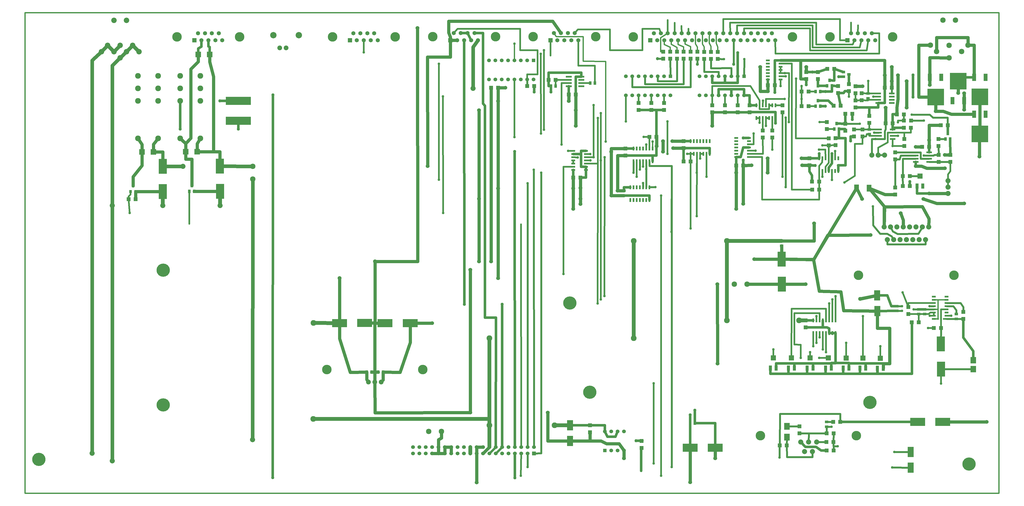
<source format=gbr>
* 
%FSLAX23Y23*%
%MOIN*%
%AD*%
%ADD10C, 0.002*%
%ADD11C, 0.005*%
%ADD12C, 0.008*%
%ADD13C, 0.010*%
%ADD14C, 0.015*%
%ADD15C, 0.020*%
%ADD16R, 0.025X0.060*%
%ADD17C, 0.025*%
%ADD18C, 0.025*%
%ADD19C, 0.029*%
%ADD70C, 0.030*%
%ADD71C, 0.030*%
%ADD20C, 0.035*%
%ADD21C, 0.039*%
%ADD22R, 0.039X0.055*%
%ADD23R, 0.040X0.048*%
%ADD24C, 0.040*%
%ADD25C, 0.040*%
%ADD26R, 0.042X0.055*%
%ADD27R, 0.042X0.055*%
%ADD28C, 0.045*%
%ADD29C, 0.048*%
%ADD72C, 0.050*%
%ADD73C, 0.050*%
%ADD30R, 0.051X0.079*%
%ADD31R, 0.051X0.079*%
%ADD32C, 0.055*%
%ADD33R, 0.055X0.055*%
%ADD34C, 0.055*%
%ADD35R, 0.055X0.055*%
%ADD36R, 0.055X0.042*%
%ADD37R, 0.055X0.039*%
%ADD38C, 0.059*%
%ADD39R, 0.060X0.025*%
%ADD40C, 0.060*%
%ADD41R, 0.060X0.060*%
%ADD42C, 0.060*%
%ADD43R, 0.062X0.062*%
%ADD44R, 0.062X0.062*%
%ADD45R, 0.062X0.062*%
%ADD46R, 0.063X0.118*%
%ADD47R, 0.063X0.118*%
%ADD48R, 0.063X0.118*%
%ADD49C, 0.065*%
%ADD50R, 0.065X0.065*%
%ADD52C, 0.075*%
%ADD53R, 0.078X0.110*%
%ADD54R, 0.078X0.110*%
%ADD55R, 0.079X0.079*%
%ADD56C, 0.080*%
%ADD57C, 0.085*%
%ADD58R, 0.085X0.100*%
%ADD59R, 0.085X0.110*%
%ADD60C, 0.086*%
%ADD61R, 0.086X0.027*%
%ADD62C, 0.090*%
%ADD63R, 0.090X0.085*%
%ADD64R, 0.090X0.085*%
%ADD65R, 0.090X0.085*%
%ADD66R, 0.094X0.031*%
%ADD67R, 0.095X0.160*%
%ADD68C, 0.100*%
%ADD69R, 0.130X0.235*%
%ADD74C, 0.150*%
%ADD75C, 0.208*%
%ADD76R, 0.235X0.130*%
%ADD77R, 0.235X0.130*%
%ADD78R, 0.264X0.264*%
%ADD79R, 0.264X0.264*%
%ADD80R, 0.264X0.264*%
%ADD81R, 0.395X0.125*%
%ADD82R, 0.395X0.125*%
G54D16*G1X12981Y09577D3*G1X13031Y09577D3*G1X13081Y09577D3*G1X13131Y09577D3*G1X13181Y09577D3*G1X13231Y09577D3*G1X13281Y09577D3*G1X13281Y09777D3*G1X13231Y09777D3*G1X13181Y09777D3*G1X13131Y09777D3*G1X13081Y09777D3*G1X13031Y09777D3*G1X12981Y09777D3*G1X14908Y06757D3*G1X14958Y06757D3*G1X15008Y06757D3*G1X15058Y06757D3*G1X15108Y06757D3*G1X15158Y06757D3*G1X15208Y06757D3*G1X15258Y06757D3*G1X15258Y06957D3*G1X15208Y06957D3*G1X15158Y06957D3*G1X15108Y06957D3*G1X15058Y06957D3*G1X15008Y06957D3*G1X14958Y06957D3*G1X14908Y06957D3*G1X14016Y10139D3*G1X14066Y10139D3*G1X14116Y10139D3*G1X14166Y10139D3*G1X14216Y10139D3*G1X14266Y10139D3*G1X14316Y10139D3*G1X14316Y10339D3*G1X14266Y10339D3*G1X14216Y10339D3*G1X14166Y10339D3*G1X14116Y10339D3*G1X14066Y10339D3*G1X14016Y10339D3*G1X12085Y09460D3*G1X12135Y09460D3*G1X12185Y09460D3*G1X12235Y09460D3*G1X12285Y09460D3*G1X12335Y09460D3*G1X12385Y09460D3*G1X12385Y09660D3*G1X12335Y09660D3*G1X12285Y09660D3*G1X12235Y09660D3*G1X12185Y09660D3*G1X12135Y09660D3*G1X12085Y09660D3*G1X15001Y09306D3*G1X15051Y09306D3*G1X15101Y09306D3*G1X15151Y09306D3*G1X15201Y09306D3*G1X15251Y09306D3*G1X15301Y09306D3*G1X15301Y09506D3*G1X15251Y09506D3*G1X15201Y09506D3*G1X15151Y09506D3*G1X15101Y09506D3*G1X15051Y09506D3*G1X15001Y09506D3*G1X12335Y09051D3*G1X12285Y09051D3*G1X12235Y09051D3*G1X12185Y09051D3*G1X12135Y09051D3*G1X12085Y09051D3*G1X12035Y09051D3*G1X12035Y08851D3*G1X12085Y08851D3*G1X12135Y08851D3*G1X12185Y08851D3*G1X12235Y08851D3*G1X12285Y08851D3*G1X12335Y08851D3*G54D71*G1X10781Y11124D3*G1X12950Y11542D3*G1X15503Y11640D3*G1X15612Y11596D3*G1X12622Y11681D3*G1X12732Y11636D3*G1X12840Y11588D3*G1X16870Y06981D3*G1X16957Y06981D3*G1X16870Y06981D3*G1X16957Y06981D3*G1X05109Y08478D3*G1X10320Y08468D3*G54D22*G1X05110Y08988D3*G1X05185Y08988D3*G1X05147Y09075D3*G1X15237Y09966D3*G1X15312Y09966D3*G1X15275Y10052D3*G1X14946Y10558D3*G1X15020Y10558D3*G1X14983Y10645D3*G1X14945Y10327D3*G1X15020Y10327D3*G1X14982Y10414D3*G1X15126Y10645D3*G1X15201Y10645D3*G1X15164Y10732D3*G1X16985Y09810D3*G1X17060Y09810D3*G1X17022Y09897D3*G54D23*G1X04224Y09073D3*G1X04184Y08983D3*G1X04264Y08983D3*G54D25*G1X15846Y08751D3*G1X16646Y09550D3*G1X16646Y10100D3*G1X13504Y11068D3*G1X13824Y11068D3*G1X10214Y11309D3*G1X15469Y10476D3*G1X15852Y10476D3*G1X14394Y10643D3*G1X14724Y10643D3*G1X14476Y10797D3*G1X15772Y10724D3*G1X14526Y10076D3*G1X15007Y10076D3*G1X14166Y10016D3*G1X14118Y10413D3*G1X14066Y10066D3*G1X14166Y10016D3*G1X14458Y10440D3*G1X14724Y10440D3*G1X14424Y09218D3*G1X15051Y09218D3*G1X14266Y09644D3*G1X14999Y09644D3*G1X14637Y10759D3*G1X14476Y10797D3*G1X14001Y09627D3*G1X15053Y09711D3*G1X13972Y09896D3*G1X10631Y09895D3*G1X10629Y11149D3*G1X15201Y09166D3*G1X09029Y09170D3*G1X09028Y10994D3*G1X07850Y11172D3*G1X15251Y09620D3*G1X10678Y09957D3*G1X10677Y11208D3*G1X12246Y09842D3*G1X10216Y09841D3*G1X12385Y09771D3*G1X11650Y09771D3*G1X12285Y09724D3*G1X10954Y09724D3*G1X12285Y09338D3*G1X16156Y09699D3*G1X12981Y08403D3*G1X12929Y09577D3*G1X12618Y09577D3*G1X12618Y10088D3*G1X11964Y10088D3*G1X13079Y08597D3*G1X13080Y09281D3*G1X12085Y09281D3*G1X12135Y09216D3*G1X13231Y09216D3*G1X11404Y09573D3*G1X11209Y09520D3*G1X11410Y09473D3*G1X11572Y09473D3*G1X11571Y10216D3*G1X11458Y10342D3*G1X14377Y04801D3*G1X15194Y05284D3*G1X16183Y04885D3*G1X15292Y04978D3*G1X16149Y04642D3*G1X16302Y07181D3*G1X16735Y07181D3*G1X16301Y07106D3*G1X16486Y07131D3*G1X14909Y06549D3*G1X15962Y06549D3*G1X14959Y06603D3*G1X15425Y06603D3*G1X15008Y06690D3*G1X16711Y06835D3*G1X15058Y06501D3*G1X14281Y06501D3*G1X15109Y06455D3*G1X14859Y06455D3*G1X14711Y06365D3*G1X15003Y06365D3*G1X14959Y07022D3*G1X15688Y07023D3*G1X15259Y07338D3*G1X11630Y07339D3*G1X11632Y09522D3*G1X11459Y09522D3*G1X15209Y07285D3*G1X11572Y07286D3*G1X11572Y09473D3*G1X11410Y09473D3*G1X11523Y07223D3*G1X15159Y07223D3*G1X11524Y10141D3*G1X12235Y09115D3*G1X10423Y09114D3*G1X10985Y07685D3*G1X16313Y07397D3*G1X11404Y09573D3*G1X13131Y09503D3*G1X11058Y09623D3*G1X12235Y09375D3*G1X12683Y08351D3*G1X12685Y04651D3*G1X10422Y04651D3*G1X12185Y09329D3*G1X10519Y09327D3*G1X12085Y09281D3*G1X10634Y09280D3*G1X15400Y09126D3*G1X12519Y08921D3*G1X12519Y04512D3*G1X10314Y04512D3*G1X16916Y05962D3*G1X12401Y05968D3*G1X12401Y04708D3*G1X04173Y08645D3*G1X09094Y08645D3*G1X09092Y10481D3*G1X14461Y10847D3*G1X15864Y09911D3*G1X15639Y10051D3*G1X15496Y09780D3*G1X15885Y09811D3*G1X16237Y10072D3*G1X16237Y09861D3*G1X16455Y10194D3*G1X14475Y10145D3*G1X14475Y09052D3*G1X12427Y09053D3*G1X16738Y07031D3*G1X17074Y07031D3*G1X12204Y04590D3*G54D26*G1X07896Y06142D3*G1X07971Y06142D3*G1X11404Y10691D3*G1X11479Y10691D3*G1X12974Y05339D3*G1X13049Y05339D3*G54D27*G1X08151Y06142D3*G1X08076Y06142D3*G1X10862Y10642D3*G1X10787Y10642D3*G54D29*G1X15001Y09580D3*G1X15201Y09580D3*G54D73*G1X13723Y11166D3*G1X13087Y10988D3*G1X13658Y10987D3*G1X12461Y11072D3*G1X15308Y10789D3*G1X14896Y10863D3*G1X15100Y10327D3*G1X15100Y10558D3*G1X14800Y10664D3*G1X15101Y10558D3*G1X14938Y09394D3*G1X15301Y09394D3*G1X13809Y09827D3*G1X13809Y09475D3*G1X12974Y05470D3*G1X13049Y05544D3*G1X16517Y09382D3*G1X16517Y09688D3*G1X16517Y09382D3*G1X16426Y09141D3*G1X10524Y10550D3*G1X10787Y10549D3*G1X14316Y10061D3*G1X14304Y10543D3*G1X06422Y10502D3*G1X06417Y04482D3*G1X10222Y04479D3*G1X05877Y09967D3*G1X10219Y09612D3*G1X09429Y07211D3*G1X10021Y07211D3*G1X16517Y09688D3*G1X16475Y10470D3*G1X16475Y10815D3*G1X16033Y10815D3*G1X15522Y10116D3*G1X15496Y09780D3*G1X05587Y10410D3*G1X05877Y09967D3*G1X04964Y09966D3*G1X12125Y05063D3*G54D30*G1X14235Y06208D3*G1X15379Y06207D3*G1X14813Y06208D3*G1X15916Y06203D3*G1X14520Y06208D3*G1X15642Y06207D3*G1X15101Y06208D3*G1X16538Y09069D3*G54D31*G1X14326Y06208D3*G1X15470Y06207D3*G1X14904Y06208D3*G1X16007Y06203D3*G1X14611Y06208D3*G1X15733Y06207D3*G1X15192Y06208D3*G1X16629Y09069D3*G54D33*G1X12664Y10796D3*G1X10514Y11045D3*G1X13823Y10797D3*G54D34*G1X12564Y10796D3*G1X12464Y10796D3*G1X12364Y10796D3*G1X12264Y10796D3*G1X12164Y10796D3*G1X12064Y10796D3*G1X11964Y10796D3*G1X11964Y10496D3*G1X12064Y10496D3*G1X12164Y10496D3*G1X12264Y10496D3*G1X12364Y10496D3*G1X12464Y10496D3*G1X12564Y10496D3*G1X12664Y10496D3*G1X11734Y04909D3*G1X11834Y04909D3*G1X11934Y04909D3*G1X11934Y05209D3*G1X11834Y05209D3*G1X11734Y05209D3*G1X11634Y05209D3*G1X10414Y11045D3*G1X10314Y11045D3*G1X10214Y11045D3*G1X10114Y11045D3*G1X10014Y11045D3*G1X09914Y11045D3*G1X09814Y11045D3*G1X09814Y10745D3*G1X09914Y10745D3*G1X10014Y10745D3*G1X10114Y10745D3*G1X10214Y10745D3*G1X10314Y10745D3*G1X10414Y10745D3*G1X10514Y10745D3*G1X13723Y10797D3*G1X13623Y10797D3*G1X13523Y10797D3*G1X13423Y10797D3*G1X13323Y10797D3*G1X13223Y10797D3*G1X13123Y10797D3*G1X13123Y10497D3*G1X13223Y10497D3*G1X13323Y10497D3*G1X13423Y10497D3*G1X13523Y10497D3*G1X13623Y10497D3*G1X13723Y10497D3*G1X13823Y10497D3*G54D35*G1X11634Y04909D3*G54D36*G1X16660Y07056D3*G1X16660Y07131D3*G1X16565Y07056D3*G1X16565Y07131D3*G1X17155Y07055D3*G1X17155Y06981D3*G1X16221Y07181D3*G1X16221Y07106D3*G1X15788Y09886D3*G1X15788Y09960D3*G1X15770Y10526D3*G1X15770Y10451D3*G1X11935Y08921D3*G1X11935Y08996D3*G1X14413Y08205D3*G1X14413Y08130D3*G1X15117Y05359D3*G1X15117Y05284D3*G54D37*G1X15382Y10864D3*G1X15382Y10789D3*G1X15469Y10826D3*G54D38*G1X12564Y10796D3*G1X12464Y10796D3*G1X12364Y10796D3*G1X12264Y10796D3*G1X12164Y10796D3*G1X12064Y10796D3*G1X11964Y10796D3*G1X11964Y10496D3*G1X12064Y10496D3*G1X12164Y10496D3*G1X12264Y10496D3*G1X12364Y10496D3*G1X12464Y10496D3*G1X12564Y10496D3*G1X12664Y10496D3*G1X11734Y04909D3*G1X11834Y04909D3*G1X11934Y04909D3*G1X11934Y05209D3*G1X11834Y05209D3*G1X11734Y05209D3*G1X11634Y05209D3*G1X10414Y11045D3*G1X10314Y11045D3*G1X10214Y11045D3*G1X10114Y11045D3*G1X10014Y11045D3*G1X09914Y11045D3*G1X09814Y11045D3*G1X09814Y10745D3*G1X09914Y10745D3*G1X10014Y10745D3*G1X10114Y10745D3*G1X10214Y10745D3*G1X10314Y10745D3*G1X10414Y10745D3*G1X10514Y10745D3*G1X13723Y10797D3*G1X13623Y10797D3*G1X13523Y10797D3*G1X13423Y10797D3*G1X13323Y10797D3*G1X13223Y10797D3*G1X13123Y10797D3*G1X13123Y10497D3*G1X13223Y10497D3*G1X13323Y10497D3*G1X13423Y10497D3*G1X13523Y10497D3*G1X13623Y10497D3*G1X13723Y10497D3*G1X13823Y10497D3*G54D39*G1X11340Y09323D3*G1X11340Y09373D3*G1X11340Y09423D3*G1X11340Y09473D3*G1X11340Y09523D3*G1X11340Y09573D3*G1X11340Y09623D3*G1X11140Y09623D3*G1X11140Y09573D3*G1X11140Y09523D3*G1X11140Y09473D3*G1X11140Y09423D3*G1X11140Y09373D3*G1X11140Y09323D3*G1X17003Y06981D3*G1X17003Y07031D3*G1X17003Y07081D3*G1X17003Y07131D3*G1X17003Y07181D3*G1X17003Y07231D3*G1X17003Y07281D3*G1X17003Y07331D3*G1X16803Y07331D3*G1X16803Y07281D3*G1X16803Y07231D3*G1X16803Y07181D3*G1X16803Y07131D3*G1X16803Y07081D3*G1X16803Y07031D3*G1X16803Y06981D3*G1X13900Y09527D3*G1X13900Y09577D3*G1X13900Y09627D3*G1X13900Y09677D3*G1X13900Y09727D3*G1X13900Y09777D3*G1X13900Y09827D3*G1X13700Y09827D3*G1X13700Y09777D3*G1X13700Y09727D3*G1X13700Y09677D3*G1X13700Y09627D3*G1X13700Y09577D3*G1X13700Y09527D3*G1X14394Y10747D3*G1X14394Y10797D3*G1X14394Y10847D3*G1X14394Y10897D3*G1X14394Y10947D3*G1X14394Y10997D3*G1X14394Y11047D3*G1X14194Y11047D3*G1X14194Y10997D3*G1X14194Y10947D3*G1X14194Y10897D3*G1X14194Y10847D3*G1X14194Y10797D3*G1X14194Y10747D3*G54D41*G1X10522Y04864D3*G54D42*G1X10422Y04864D3*G1X10322Y04864D3*G1X10222Y04864D3*G1X10122Y04864D3*G1X10022Y04864D3*G1X09922Y04864D3*G1X09822Y04864D3*G1X09722Y04864D3*G1X09622Y04864D3*G1X09522Y04864D3*G1X09422Y04864D3*G1X09322Y04864D3*G1X09222Y04864D3*G1X09122Y04864D3*G1X09022Y04864D3*G1X08922Y04864D3*G1X08822Y04864D3*G1X08722Y04864D3*G1X08622Y04864D3*G1X08622Y04964D3*G1X08722Y04964D3*G1X08822Y04964D3*G1X08922Y04964D3*G1X09022Y04964D3*G1X09122Y04964D3*G1X09222Y04964D3*G1X09322Y04964D3*G1X09422Y04964D3*G1X09522Y04964D3*G1X09622Y04964D3*G1X09722Y04964D3*G1X09822Y04964D3*G1X09922Y04964D3*G1X10022Y04964D3*G1X10122Y04964D3*G1X10222Y04964D3*G1X10322Y04964D3*G1X10422Y04964D3*G1X10522Y04964D3*G1X17186Y10532D3*G1X16740Y10660D3*G1X17277Y10529D3*G1X16831Y10246D3*G1X15681Y10640D3*G1X16143Y10721D3*G1X16283Y08644D3*G1X14922Y08483D3*G1X16730Y09793D3*G1X16729Y08953D3*G1X11934Y04785D3*G1X13368Y04786D3*G1X09522Y05505D3*G1X07468Y07624D3*G1X09959Y07621D3*G1X09959Y10408D3*G1X11068Y10407D3*G1X08024Y07885D3*G1X09659Y07883D3*G1X09658Y10262D3*G1X11179Y10263D3*G1X11068Y10407D3*G1X11179Y10018D3*G1X13323Y10018D3*G1X14194Y10559D3*G1X07468Y07623D3*G1X09959Y07621D3*G1X09959Y09033D3*G1X11140Y09034D3*G1X08024Y07884D3*G1X09659Y07883D3*G1X09659Y08869D3*G1X11251Y08869D3*G1X11140Y09032D3*G1X11737Y08921D3*G1X11251Y09041D3*G1X11835Y08998D3*G1X12448Y09698D3*G1X12708Y09666D3*G1X12696Y09778D3*G1X12548Y09777D3*G1X12548Y09609D3*G1X11735Y09610D3*G1X11140Y08709D3*G1X13700Y08710D3*G1X11251Y08787D3*G1X13809Y08789D3*G1X13699Y09280D3*G1X14192Y09280D3*G1X14192Y09505D3*G1X14725Y09505D3*G1X13937Y09395D3*G1X14736Y09395D3*G1X14076Y10944D3*G1X16143Y10944D3*G1X14076Y10944D3*G1X14800Y10944D3*G1X16517Y09687D3*G1X16517Y09382D3*G1X16975Y09350D3*G1X16975Y09560D3*G1X17277Y10271D3*G1X17278Y08798D3*G1X16640Y08866D3*G1X15674Y08868D3*G1X17633Y05360D3*G1X12974Y04410D3*G1X09622Y04407D3*G1X10072Y10616D3*G1X09959Y07621D3*G1X07468Y07621D3*G1X09849Y07884D3*G1X08024Y07884D3*G1X08923Y06913D3*G1X16046Y10303D3*G1X16374Y10303D3*G1X16374Y10721D3*G1X16143Y10721D3*G1X16240Y10814D3*G1X16033Y10814D3*G1X16730Y09793D3*G1X16143Y10721D3*G1X15644Y07294D3*G1X15809Y08299D3*G1X13403Y07525D3*G1X13404Y06275D3*G1X13981Y07920D3*G1X09523Y07754D3*G1X09521Y05505D3*G1X08852Y09382D3*G1X09521Y05505D3*G1X10740Y05505D3*G1X14788Y07525D3*G1X15645Y07295D3*G1X08692Y11558D3*G1X17520Y09532D3*G54D43*G1X15228Y05180D3*G1X15118Y05180D3*G1X15333Y05360D3*G1X15223Y05360D3*G1X04264Y08864D3*G1X04154Y08864D3*G1X12981Y09455D3*G1X12871Y09455D3*G1X12446Y09842D3*G1X12335Y09842D3*G1X15238Y10913D3*G1X15128Y10913D3*G1X14835Y10558D3*G1X14724Y10558D3*G1X15339Y10334D3*G1X15228Y10334D3*G1X14835Y10327D3*G1X14724Y10327D3*G1X15001Y09014D3*G1X14891Y09014D3*G1X15001Y09140D3*G1X14890Y09140D3*G1X16425Y09226D3*G1X16315Y09226D3*G1X17022Y10027D3*G1X16911Y10027D3*G1X16443Y09986D3*G1X16333Y09986D3*G1X16444Y10100D3*G1X16333Y10100D3*G1X16333Y10198D3*G1X16223Y10198D3*G1X16730Y09688D3*G1X16620Y09688D3*G1X09959Y10616D3*G1X09849Y10616D3*G1X16143Y10618D3*G1X16033Y10618D3*G54D45*G1X12164Y10377D3*G1X12164Y10267D3*G1X12365Y10377D3*G1X12365Y10266D3*G1X12564Y10377D3*G1X12564Y10267D3*G1X12873Y11183D3*G1X12873Y11073D3*G1X12767Y11183D3*G1X12767Y11073D3*G1X12663Y11183D3*G1X12663Y11073D3*G1X16803Y06835D3*G1X16914Y06835D3*G1X16455Y06928D3*G1X16566Y06928D3*G1X17265Y06981D3*G1X17265Y07091D3*G1X15114Y05043D3*G1X15224Y05043D3*G1X15118Y04910D3*G1X15228Y04910D3*G1X14693Y05290D3*G1X14693Y05180D3*G1X14382Y04991D3*G1X14492Y04991D3*G1X15412Y10051D3*G1X15412Y09941D3*G1X15412Y10207D3*G1X15522Y10207D3*G1X15788Y10063D3*G1X15788Y10173D3*G1X15550Y09961D3*G1X15550Y09851D3*G1X15682Y09851D3*G1X15682Y09961D3*G1X15122Y09966D3*G1X15122Y10076D3*G1X16403Y07166D3*G1X16403Y07056D3*G1X12982Y11184D3*G1X12982Y11073D3*G1X10751Y10740D3*G1X10862Y10740D3*G1X12552Y11072D3*G1X12552Y11182D3*G1X13087Y11073D3*G1X13087Y11183D3*G1X10414Y10642D3*G1X10524Y10642D3*G1X14116Y09834D3*G1X14116Y09944D3*G1X14266Y09833D3*G1X14266Y09943D3*G1X14425Y10229D3*G1X14425Y10339D3*G1X13323Y10339D3*G1X13323Y10229D3*G1X13523Y10339D3*G1X13523Y10229D3*G1X13722Y10339D3*G1X13722Y10229D3*G1X13407Y11069D3*G1X13407Y11179D3*G1X13302Y11070D3*G1X13302Y11180D3*G1X13195Y11071D3*G1X13195Y11181D3*G1X15299Y10534D3*G1X15299Y10644D3*G1X14983Y10753D3*G1X14983Y10863D3*G1X15469Y10674D3*G1X15469Y10564D3*G1X15573Y10415D3*G1X15573Y10305D3*G1X15573Y10640D3*G1X15573Y10530D3*G1X15667Y10419D3*G1X15667Y10529D3*G1X13907Y10339D3*G1X13907Y10229D3*G1X15151Y09821D3*G1X15151Y09711D3*G1X15258Y09712D3*G1X15258Y09822D3*G1X16316Y09071D3*G1X16426Y09071D3*G1X16877Y09450D3*G1X16877Y09560D3*G1X17061Y09449D3*G1X17061Y09560D3*G1X16196Y08938D3*G1X16196Y09048D3*G1X16196Y09491D3*G1X16196Y09601D3*G1X16876Y09810D3*G1X16876Y09699D3*G1X16340Y09809D3*G1X16340Y09699D3*G1X11958Y09661D3*G1X11958Y09551D3*G1X12871Y09778D3*G1X12871Y09668D3*G1X14790Y06958D3*G1X14790Y06847D3*G1X11140Y09204D3*G1X11251Y09204D3*G1X11401Y05307D3*G1X11401Y05197D3*G1X16046Y10055D3*G1X16156Y10055D3*G1X11068Y10510D3*G1X11179Y10510D3*G1X14194Y10655D3*G1X14304Y10655D3*G1X14800Y10863D3*G1X14800Y10753D3*G1X14847Y09506D3*G1X14847Y09395D3*G1X13699Y09394D3*G1X13809Y09394D3*G1X12211Y05060D3*G1X12211Y04949D3*G54D46*G1X17614Y10200D3*G1X17434Y10199D3*G1X16920Y10780D3*G1X16740Y10780D3*G1X17616Y10781D3*G1X17435Y10781D3*G54D47*G1X17096Y10412D3*G1X17277Y10412D3*G54D49*G1X05626Y11362D3*G1X05517Y11362D3*G1X05408Y11362D3*G1X05299Y11362D3*G1X05572Y11474D3*G1X05463Y11474D3*G1X05354Y11474D3*G1X05245Y11474D3*G1X14312Y11362D3*G1X14203Y11362D3*G1X14094Y11362D3*G1X13985Y11362D3*G1X13876Y11362D3*G1X13767Y11362D3*G1X13658Y11362D3*G1X13549Y11362D3*G1X13440Y11362D3*G1X13331Y11362D3*G1X13222Y11362D3*G1X13113Y11362D3*G1X13004Y11362D3*G1X12895Y11362D3*G1X12786Y11362D3*G1X12677Y11362D3*G1X12568Y11362D3*G1X12459Y11362D3*G1X14258Y11474D3*G1X14149Y11474D3*G1X14040Y11474D3*G1X13931Y11474D3*G1X13822Y11474D3*G1X13713Y11474D3*G1X13604Y11474D3*G1X13495Y11474D3*G1X13386Y11474D3*G1X13277Y11474D3*G1X13168Y11474D3*G1X13059Y11474D3*G1X12950Y11474D3*G1X12841Y11474D3*G1X12732Y11474D3*G1X12623Y11474D3*G1X12514Y11474D3*G1X12405Y11474D3*G1X08067Y11362D3*G1X07958Y11362D3*G1X07849Y11362D3*G1X07740Y11362D3*G1X08013Y11474D3*G1X07904Y11474D3*G1X07795Y11474D3*G1X07686Y11474D3*G1X09643Y11363D3*G1X09534Y11363D3*G1X09425Y11363D3*G1X09316Y11363D3*G1X09589Y11475D3*G1X09480Y11475D3*G1X09371Y11475D3*G1X09262Y11475D3*G1X15882Y11362D3*G1X15773Y11362D3*G1X15664Y11362D3*G1X15555Y11362D3*G1X15828Y11474D3*G1X15719Y11474D3*G1X15610Y11474D3*G1X15501Y11474D3*G1X11217Y11363D3*G1X11108Y11363D3*G1X10999Y11363D3*G1X10890Y11363D3*G1X11163Y11475D3*G1X11054Y11475D3*G1X10945Y11475D3*G1X10836Y11475D3*G54D50*G1X05190Y11362D3*G1X12350Y11362D3*G1X07631Y11362D3*G1X09207Y11363D3*G1X15446Y11362D3*G1X10781Y11363D3*G54D52*G1X06529Y11242D3*G1X06629Y11244D3*G1X08123Y05988D3*G1X08023Y05988D3*G1X07923Y05988D3*G54D54*G1X15587Y09039D3*G1X15785Y09038D3*G54D55*G1X14281Y06365D3*G1X15425Y06364D3*G1X14859Y06365D3*G1X15962Y06360D3*G1X14566Y06365D3*G1X15688Y06364D3*G1X15146Y06365D3*G1X16584Y09226D3*G54D56*G1X14961Y05043D3*G1X14836Y05043D3*G1X14711Y05043D3*G1X14771Y04893D3*G1X14896Y04894D3*G1X16721Y08425D3*G1X16671Y08225D3*G1X16621Y08425D3*G1X16571Y08225D3*G1X16521Y08425D3*G1X16471Y08225D3*G1X16421Y08425D3*G1X16371Y08225D3*G1X16321Y08425D3*G1X16271Y08225D3*G1X16221Y08425D3*G1X16171Y08225D3*G1X16121Y08425D3*G1X16071Y08225D3*G1X16021Y08425D3*G1X17026Y08953D3*G1X17026Y09053D3*G1X17026Y09153D3*G1X15827Y09557D3*G1X15927Y09557D3*G1X16027Y09557D3*G1X09565Y10605D3*G1X06103Y05079D3*G1X05009Y09379D3*G1X03582Y04866D3*G1X03897Y04748D3*G1X04692Y08763D3*G1X05591Y08763D3*G1X03897Y08764D3*G54D57*G1X16747Y11285D3*G1X16846Y11186D3*G1X17041Y11284D3*G1X17240Y11186D3*G1X17337Y11285D3*G1X17041Y11088D3*G1X17142Y11680D3*G1X16944Y11679D3*G1X09070Y05211D3*G1X08870Y05211D3*G1X13668Y07525D3*G1X13868Y07525D3*G1X06106Y09181D3*G1X06106Y09381D3*G54D58*G1X17423Y06190D3*G1X17422Y06330D3*G54D59*G1X14496Y05121D3*G1X14496Y05290D3*G54D60*G1X04121Y11676D3*G1X03924Y11676D3*G1X04022Y11283D3*G1X04219Y11283D3*G1X03825Y11283D3*G1X03727Y11184D3*G1X03924Y11184D3*G1X04121Y11184D3*G1X04318Y11184D3*G1X04022Y11086D3*G54D61*G1X16156Y09811D3*G1X16156Y09861D3*G1X16156Y09911D3*G1X16156Y09961D3*G1X15943Y09961D3*G1X15943Y09911D3*G1X15943Y09861D3*G1X15943Y09811D3*G1X15930Y10526D3*G1X15930Y10476D3*G1X15930Y10426D3*G1X15930Y10376D3*G1X16143Y10376D3*G1X16143Y10426D3*G1X16143Y10476D3*G1X16143Y10526D3*G1X16517Y09600D3*G1X16517Y09550D3*G1X16517Y09500D3*G1X16517Y09450D3*G1X16730Y09450D3*G1X16730Y09500D3*G1X16730Y09550D3*G1X16730Y09600D3*G54D62*G1X04620Y09819D3*G1X04620Y10410D3*G1X04620Y10607D3*G1X04620Y10803D3*G1X04301Y10803D3*G1X04301Y10607D3*G1X04301Y10410D3*G1X04301Y09819D3*G1X05283Y09819D3*G1X05283Y10409D3*G1X05283Y10606D3*G1X05283Y10803D3*G1X04964Y10803D3*G1X04964Y10606D3*G1X04964Y10409D3*G1X04964Y09819D3*G1X10846Y05307D3*G1X09822Y05307D3*G1X07057Y06915D3*G1X07056Y05408D3*G1X13553Y06958D3*G1X14685Y06957D3*G1X13551Y08206D3*G1X12087Y08206D3*G1X12087Y06677D3*G1X09822Y06677D3*G54D63*G1X05428Y11140D3*G1X04544Y09607D3*G1X05233Y09610D3*G54D65*G1X05248Y11140D3*G1X04365Y09607D3*G1X05053Y09610D3*G54D66*G1X11265Y10641D3*G1X11265Y10691D3*G1X11265Y10741D3*G1X11265Y10791D3*G1X11068Y10791D3*G1X11068Y10741D3*G1X11068Y10691D3*G1X11068Y10641D3*G54D67*G1X15913Y07350D3*G1X15914Y07104D3*G1X16439Y04641D3*G1X16439Y04886D3*G1X11089Y05306D3*G1X11089Y05061D3*G54D68*G1X06830Y11443D3*G1X06429Y11444D3*G54D69*G1X16913Y06585D3*G1X16914Y06190D3*G1X04691Y09379D3*G1X04692Y08984D3*G1X05590Y09383D3*G1X05591Y08988D3*G1X14414Y07525D3*G1X14413Y07920D3*G54D74*G1X05900Y11418D3*G1X04916Y11418D3*G1X14581Y11418D3*G1X12081Y11418D3*G1X08341Y11418D3*G1X07357Y11418D3*G1X09917Y11419D3*G1X08933Y11419D3*G1X16156Y11418D3*G1X15172Y11418D3*G1X11491Y11419D3*G1X10507Y11419D3*G1X07267Y06183D3*G1X08775Y06183D3*G1X14077Y05143D3*G1X15585Y05143D3*G1X15618Y07668D3*G1X17118Y07668D3*G54D75*G1X04700Y05626D3*G1X04700Y07746D3*G1X11400Y05826D3*G1X11085Y07231D3*G1X17355Y04696D3*G1X02744Y04771D3*G1X15800Y05666D3*G54D76*G1X08578Y06914D3*G1X07863Y06915D3*G1X13368Y04953D3*G1X16942Y05360D3*G54D77*G1X08183Y06913D3*G1X07468Y06914D3*G1X12974Y04952D3*G1X16548Y05360D3*G54D78*G1X17186Y10721D3*G54D79*G1X17525Y09890D3*G1X16831Y10471D3*G1X17526Y10472D3*G54D81*G1X05877Y10095D3*G54D82*G1X05877Y10410D3*G54D15*G1X12385Y09660D2*G1X12385Y09771D1*G1X12385Y09771D2*G1X12568Y11362D2*G1X12568Y11297D1*G1X12663Y11252D1*G1X12663Y11183D1*G1X12663Y11183D2*G1X11650Y09771D2*G1X11649Y11031D1*G1X11294Y11032D1*G1X11294Y11419D1*G1X10873Y11419D1*G1X10836Y11475D1*G1X10836Y11475D2*G1X16803Y06981D2*G1X16870Y06981D1*G1X16870Y07131D1*G1X16803Y07131D1*G1X16803Y07131D2*G1X10214Y11045D2*G1X10214Y11309D1*G1X10214Y11309D2*G1X13168Y11474D2*G1X13167Y11304D1*G1X13195Y11259D1*G1X13195Y11181D1*G1X13195Y11181D2*G1X12895Y11362D2*G1X12895Y11303D1*G1X12982Y11263D1*G1X12982Y11184D1*G1X12982Y11184D2*G1X12786Y11362D2*G1X12786Y11298D1*G1X12873Y11261D1*G1X12873Y11183D1*G1X12873Y11183D2*G1X12677Y11362D2*G1X12677Y11299D1*G1X12767Y11251D1*G1X12767Y11183D1*G1X12767Y11183D2*G1X13277Y11474D2*G1X13276Y11384D1*G1X13276Y11319D1*G1X13302Y11268D1*G1X13302Y11180D1*G1X13302Y11180D2*G1X02528Y11796D2*G1X17825Y11795D1*G1X17825Y04236D1*G1X02529Y04236D1*G1X02528Y11796D1*G1X02528Y11796D2*G1X12623Y11474D2*G1X12513Y11404D1*G1X12513Y11370D1*G1X12513Y11184D1*G1X12552Y11182D1*G1X12552Y11182D2*G1X13386Y11474D2*G1X13385Y11318D1*G1X13407Y11257D1*G1X13407Y11179D1*G1X13407Y11179D2*G1X13059Y11474D2*G1X13058Y11306D1*G1X13087Y11258D1*G1X13087Y11183D1*G1X13087Y11183D2*G1X16803Y07281D2*G1X17003Y07281D1*G1X17003Y07281D2*G1X16803Y07281D2*G1X16870Y07281D1*G1X16870Y06981D1*G1X16870Y06981D2*G1X16957Y06981D2*G1X17003Y06981D1*G1X17003Y06981D2*G1X16803Y06981D2*G1X16870Y06981D1*G1X16870Y06981D2*G1X16957Y06981D2*G1X17003Y06981D1*G1X17003Y06981D2*G54D17*G1X11410Y09473D2*G1X11340Y09473D1*G1X11340Y09473D2*G1X11572Y07286D2*G1X11572Y09473D1*G1X11572Y09473D2*G1X15208Y06957D2*G1X15209Y07285D1*G1X15209Y07285D2*G1X11459Y09522D2*G1X11340Y09523D1*G1X11340Y09523D2*G1X11630Y07339D2*G1X11632Y09522D1*G1X11632Y09522D2*G1X15258Y06957D2*G1X15259Y07338D1*G1X15259Y07338D2*G1X16803Y07081D2*G1X16803Y07031D1*G1X16803Y07031D2*G1X16803Y07031D2*G1X16738Y07031D1*G1X16738Y07031D2*G1X17074Y07031D2*G1X17003Y07031D1*G1X17003Y07031D2*G1X16156Y09911D2*G1X16340Y09911D1*G1X16340Y09809D1*G1X16340Y09809D2*G1X15943Y09961D2*G1X15788Y09960D1*G1X15788Y09960D2*G1X15682Y09961D2*G1X15550Y09961D1*G1X15550Y09961D2*G1X15682Y09961D2*G1X15788Y09960D1*G1X15788Y09960D2*G1X15788Y09886D2*G1X15788Y09861D1*G1X15943Y09861D1*G1X15943Y09861D2*G1X15788Y09886D2*G1X15748Y09886D1*G1X15738Y09851D1*G1X15682Y09851D1*G1X15682Y09851D2*G1X10414Y10745D2*G1X10414Y10828D1*G1X10579Y10828D1*G1X10579Y11208D1*G1X10305Y11208D1*G1X10305Y11543D1*G1X09322Y11542D1*G1X09262Y11475D1*G1X09262Y11475D2*G1X15688Y07023D2*G1X15688Y06364D1*G1X15688Y06364D2*G1X14958Y06957D2*G1X14959Y07022D1*G1X14959Y07022D2*G1X16333Y10100D2*G1X16237Y10100D1*G1X16237Y10072D1*G1X16237Y10072D2*G1X16237Y09861D2*G1X16156Y09861D1*G1X16156Y09861D2*G1X16156Y09811D2*G1X16156Y09699D1*G1X16340Y09699D1*G1X16340Y09699D2*G1X16333Y10100D2*G1X16333Y10198D1*G1X16333Y10198D2*G1X15003Y06365D2*G1X15146Y06365D1*G1X15146Y06365D2*G1X15008Y06957D2*G1X15009Y07071D1*G1X14612Y07071D1*G1X14613Y06575D1*G1X14711Y06574D1*G1X14711Y06365D1*G1X14711Y06365D2*G1X16443Y09986D2*G1X16443Y09911D1*G1X16340Y09911D1*G1X16340Y09809D1*G1X16340Y09809D2*G1X15108Y06957D2*G1X15109Y07139D1*G1X14567Y07139D1*G1X14566Y06365D1*G1X14566Y06365D2*G1X14859Y06455D2*G1X14859Y06365D1*G1X14859Y06365D2*G1X15108Y06757D2*G1X15109Y06455D1*G1X15109Y06455D2*G1X14281Y06501D2*G1X14281Y06365D1*G1X14281Y06365D2*G1X15788Y10063D2*G1X15788Y09960D1*G1X15788Y09960D2*G1X15058Y06757D2*G1X15058Y06501D1*G1X15058Y06501D2*G1X16711Y06835D2*G1X16803Y06835D1*G1X16803Y06835D2*G1X15008Y06757D2*G1X15008Y06690D1*G1X15008Y06690D2*G1X15425Y06603D2*G1X15425Y06364D1*G1X15425Y06364D2*G1X14958Y06757D2*G1X14959Y06603D1*G1X14959Y06603D2*G1X15962Y06549D2*G1X15962Y06360D1*G1X15962Y06360D2*G1X14908Y06757D2*G1X14909Y06549D1*G1X14909Y06549D2*G1X17026Y09153D2*G1X17026Y09254D1*G1X17061Y09304D1*G1X17061Y09449D1*G1X17061Y09449D2*G1X17003Y07131D2*G1X16914Y07131D1*G1X16914Y06835D1*G1X16914Y06835D2*G1X15927Y09557D2*G1X15927Y09672D1*G1X16079Y09758D1*G1X16079Y09911D1*G1X16156Y09911D1*G1X16156Y09911D2*G1X15927Y09557D2*G1X16027Y09557D1*G1X16027Y09557D2*G1X15664Y11362D2*G1X15638Y11249D1*G1X14899Y11249D1*G1X14899Y11596D1*G1X13712Y11596D1*G1X13713Y11474D1*G1X13713Y11474D2*G1X13822Y11474D2*G1X13822Y11550D1*G1X14857Y11550D1*G1X14857Y11204D1*G1X15747Y11204D1*G1X15773Y11362D1*G1X15773Y11362D2*G1X14312Y11362D2*G1X14314Y11153D1*G1X15944Y11154D1*G1X15944Y11474D1*G1X15828Y11474D1*G1X15828Y11474D2*G1X12235Y09375D2*G1X12235Y09460D1*G1X12235Y09460D2*G1X11140Y09623D2*G1X11058Y09623D1*G1X11058Y09623D2*G1X13131Y09503D2*G1X13131Y09577D1*G1X13131Y09577D2*G1X13604Y11474D2*G1X13603Y11640D1*G1X14955Y11640D1*G1X14955Y11296D1*G1X15529Y11296D1*G1X15555Y11362D1*G1X15555Y11362D2*G1X15503Y11640D2*G1X15501Y11474D1*G1X15501Y11474D2*G1X15612Y11596D2*G1X15610Y11474D1*G1X15610Y11474D2*G1X12622Y11681D2*G1X12623Y11474D1*G1X12623Y11474D2*G1X16403Y07166D2*G1X16403Y07231D1*G1X16803Y07231D1*G1X16803Y07231D2*G1X16565Y07056D2*G1X16566Y06928D1*G1X16566Y06928D2*G1X16403Y07056D2*G1X16565Y07056D1*G1X16565Y07056D2*G1X16660Y07056D2*G1X16720Y07056D1*G1X16748Y07081D1*G1X16803Y07081D1*G1X16803Y07081D2*G1X16565Y07056D2*G1X16660Y07056D1*G1X16660Y07056D2*G1X12732Y11636D2*G1X12732Y11474D1*G1X12732Y11474D2*G1X12840Y11588D2*G1X12841Y11474D1*G1X12841Y11474D2*G1X14066Y10339D2*G1X14066Y10279D1*G1X14216Y10279D1*G1X14216Y10339D1*G1X14216Y10339D2*G1X11163Y11475D2*G1X11212Y11533D1*G1X11716Y11533D1*G1X11716Y11207D1*G1X12224Y11208D1*G1X12224Y11542D1*G1X12492Y11542D1*G1X12514Y11474D1*G1X12514Y11474D2*G1X12950Y11542D2*G1X12950Y11474D1*G1X12950Y11474D2*G1X10781Y11363D2*G1X10781Y11124D1*G1X10781Y11124D2*G1X14394Y10847D2*G1X14394Y10897D1*G1X14394Y10897D2*G1X14394Y10897D2*G1X14394Y10947D1*G1X14394Y10947D2*G1X15122Y09966D2*G1X15237Y09966D1*G1X15237Y09966D2*G1X11340Y09523D2*G1X11459Y09523D1*G1X11458Y10342D1*G1X11458Y10342D2*G1X11572Y09473D2*G1X11571Y10216D1*G1X11571Y10216D2*G1X11340Y09473D2*G1X11410Y09473D1*G1X11410Y09473D2*G1X11340Y09423D2*G1X11394Y09423D1*G1X11394Y09423D2*G1X11209Y09520D2*G1X11140Y09523D1*G1X11140Y09523D2*G1X11340Y09573D2*G1X11404Y09573D1*G1X11404Y09573D2*G1X11140Y09473D2*G1X11140Y09423D1*G1X11140Y09423D2*G1X12164Y10496D2*G1X12164Y10377D1*G1X12164Y10377D2*G1X12364Y10496D2*G1X12365Y10377D1*G1X12365Y10377D2*G1X12564Y10496D2*G1X12564Y10377D1*G1X12564Y10377D2*G1X13231Y09216D2*G1X13231Y09577D1*G1X13231Y09577D2*G1X12135Y09460D2*G1X12135Y09216D1*G1X12135Y09216D2*G1X14835Y10558D2*G1X14946Y10558D1*G1X14946Y10558D2*G1X14835Y10327D2*G1X14945Y10327D1*G1X14945Y10327D2*G1X14724Y10327D2*G1X14724Y10558D1*G1X14724Y10558D2*G1X13131Y09577D2*G1X13181Y09577D1*G1X13181Y09577D2*G1X12085Y09281D2*G1X12085Y09460D1*G1X12085Y09460D2*G1X13081Y09577D2*G1X13080Y09281D1*G1X13080Y09281D2*G1X13083Y09573D2*G1X13079Y08597D1*G1X13079Y08597D2*G1X11964Y10088D2*G1X11964Y10496D1*G1X11964Y10496D2*G1X12618Y09577D2*G1X12618Y10088D1*G1X12618Y10088D2*G1X12981Y09577D2*G1X12929Y09577D1*G1X12929Y09577D2*G1X12981Y09577D2*G1X12981Y08403D1*G1X12981Y08403D2*G1X12981Y09455D2*G1X12981Y09577D1*G1X12981Y09577D2*G1X13031Y09577D2*G1X12981Y09577D1*G1X12981Y09577D2*G1X16156Y09699D2*G1X16340Y09699D1*G1X16340Y09699D2*G1X12285Y09460D2*G1X12285Y09338D1*G1X12285Y09338D2*G1X10954Y09724D2*G1X10954Y10690D1*G1X11068Y10691D1*G1X11068Y10691D2*G1X12285Y09660D2*G1X12285Y09724D1*G1X12285Y09724D2*G1X15573Y10415D2*G1X15573Y10530D1*G1X15573Y10530D2*G1X10216Y09841D2*G1X10214Y10745D1*G1X10214Y10745D2*G1X12335Y09842D2*G1X12246Y09842D1*G1X12246Y09842D2*G1X15573Y10415D2*G1X15667Y10419D1*G1X15667Y10419D2*G1X15469Y10564D2*G1X15469Y10476D1*G1X15469Y10476D2*G1X15852Y10476D2*G1X15930Y10476D1*G1X15930Y10476D2*G1X15770Y10526D2*G1X15930Y10526D1*G1X15930Y10526D2*G1X15667Y10529D2*G1X15770Y10526D1*G1X15770Y10526D2*G1X15667Y10419D2*G1X15770Y10415D1*G1X15770Y10451D1*G1X15770Y10451D2*G1X15770Y10451D2*G1X15770Y10426D1*G1X15930Y10426D1*G1X15930Y10426D2*G1X12335Y09660D2*G1X12335Y09842D1*G1X12335Y09842D2*G1X11479Y10691D2*G1X11479Y10962D1*G1X11217Y10962D1*G1X11217Y11363D1*G1X11217Y11363D2*G1X11265Y10691D2*G1X11404Y10691D1*G1X11404Y10691D2*G1X14394Y10747D2*G1X14394Y10643D1*G1X14394Y10643D2*G1X14724Y10643D2*G1X14724Y10558D1*G1X14724Y10558D2*G1X14394Y10797D2*G1X14476Y10797D1*G1X14476Y10797D2*G1X15772Y10724D2*G1X15771Y10525D1*G1X15667Y10529D1*G1X15667Y10529D2*G1X14392Y10847D2*G1X14527Y10847D1*G1X14526Y10076D1*G1X14526Y10076D2*G1X15007Y10076D2*G1X15120Y10076D1*G1X15120Y10076D2*G1X10862Y10740D2*G1X10862Y10642D1*G1X10862Y10642D2*G1X14166Y10139D2*G1X14166Y10016D1*G1X14166Y10016D2*G1X14118Y10413D2*G1X14116Y10339D1*G1X14116Y10339D2*G1X11068Y10741D2*G1X10862Y10740D1*G1X10862Y10740D2*G1X10678Y09957D2*G1X10677Y11208D1*G1X10677Y11208D2*G1X15251Y09506D2*G1X15251Y09620D1*G1X15251Y09620D2*G1X13323Y10497D2*G1X13323Y10339D1*G1X13323Y10339D2*G1X13523Y10497D2*G1X13523Y10339D1*G1X13523Y10339D2*G1X13723Y10497D2*G1X13722Y10339D1*G1X13722Y10339D2*G1X07850Y11172D2*G1X07849Y11362D1*G1X07849Y11362D2*G1X09029Y09170D2*G1X09028Y10994D1*G1X09028Y10994D2*G1X14066Y10139D2*G1X14066Y10066D1*G1X14066Y10066D2*G1X14166Y10139D2*G1X14166Y10016D1*G1X14166Y10016D2*G1X14066Y10339D2*G1X14066Y10418D1*G1X13922Y10644D1*G1X13323Y10643D1*G1X13323Y10497D1*G1X13323Y10497D2*G1X15201Y09306D2*G1X15201Y09166D1*G1X15201Y09166D2*G1X14116Y10139D2*G1X14116Y09944D1*G1X14116Y09944D2*G1X14266Y10139D2*G1X14266Y09943D1*G1X14266Y09943D2*G1X14166Y10339D2*G1X14166Y10440D1*G1X14458Y10440D1*G1X14458Y10440D2*G1X14724Y10440D2*G1X14724Y10327D1*G1X14724Y10327D2*G1X10631Y09895D2*G1X10629Y11149D1*G1X10629Y11149D2*G1X15051Y09506D2*G1X15050Y09442D1*G1X15001Y09387D1*G1X15001Y09306D1*G1X15001Y09306D2*G1X15151Y09506D2*G1X15151Y09437D1*G1X15101Y09372D1*G1X15101Y09306D1*G1X15101Y09306D2*G1X13900Y09727D2*G1X13972Y09727D1*G1X13972Y09896D1*G1X13972Y09896D2*G1X15053Y09711D2*G1X15151Y09711D1*G1X15151Y09711D2*G1X14316Y10339D2*G1X14425Y10339D1*G1X14425Y10339D2*G1X14425Y10229D2*G1X14424Y09218D1*G1X14424Y09218D2*G1X15051Y09218D2*G1X15051Y09306D1*G1X15051Y09306D2*G1X14266Y09833D2*G1X14266Y09644D1*G1X14266Y09644D2*G1X14999Y09644D2*G1X15100Y09644D1*G1X15101Y09506D1*G1X15101Y09506D2*G1X13900Y09627D2*G1X14001Y09627D1*G1X14001Y09627D2*G1X13900Y09527D2*G1X14104Y09527D1*G1X14105Y08858D1*G1X15001Y08856D1*G1X15001Y09014D1*G1X15001Y09014D2*G1X14116Y09834D2*G1X14117Y09577D1*G1X13900Y09577D1*G1X13900Y09577D2*G1X14891Y09014D2*G1X14573Y09014D1*G1X14571Y10997D1*G1X14394Y10997D1*G1X14394Y10997D2*G1X15001Y09306D2*G1X15001Y09140D1*G1X15001Y09140D2*G1X15001Y09140D2*G1X15001Y09014D1*G1X15001Y09014D2*G1X14476Y10797D2*G1X14394Y10797D1*G1X14394Y10797D2*G1X15151Y09506D2*G1X15151Y09711D1*G1X15151Y09711D2*G1X15151Y09711D2*G1X15258Y09712D1*G1X15258Y09712D2*G1X15151Y09821D2*G1X14636Y09821D1*G1X14637Y10759D1*G1X14637Y10759D2*G1X11394Y09423D2*G1X11525Y09423D1*G1X11523Y07223D1*G1X11523Y07223D2*G1X15159Y07223D2*G1X15158Y06957D1*G1X15158Y06957D2*G1X11394Y09423D2*G1X11525Y09423D1*G1X11524Y10141D1*G1X11524Y10141D2*G1X15446Y11362D2*G1X15328Y11362D1*G1X15328Y11697D1*G1X13495Y11697D1*G1X13495Y11474D1*G1X13495Y11474D2*G1X10320Y08468D2*G1X10322Y04964D1*G1X10322Y04964D2*G1X05110Y08988D2*G1X05109Y08478D1*G1X05109Y08478D2*G1X04154Y08864D2*G1X04154Y08906D1*G1X04184Y08937D1*G1X04184Y08983D1*G1X04184Y08983D2*G1X14461Y10847D2*G1X14394Y10847D1*G1X14394Y10847D2*G1X09094Y08645D2*G1X09092Y10481D1*G1X09092Y10481D2*G1X04154Y08864D2*G1X04173Y08645D1*G1X04173Y08645D2*G1X17026Y09053D2*G1X17026Y09153D1*G1X17026Y09153D2*G1X12401Y05968D2*G1X12401Y04708D1*G1X12401Y04708D2*G1X16914Y06190D2*G1X16916Y05962D1*G1X16916Y05962D2*G1X11140Y09373D2*G1X10985Y09372D1*G1X10985Y07685D1*G1X10985Y07685D2*G1X10314Y04512D2*G1X10322Y04864D1*G1X10322Y04864D2*G1X12519Y08921D2*G1X12519Y04512D1*G1X12519Y04512D2*G1X15682Y09851D2*G1X15681Y09734D1*G1X15562Y09734D1*G1X15563Y09230D1*G1X15400Y09126D1*G1X15400Y09126D2*G1X16313Y07397D2*G1X16403Y07166D1*G1X16403Y07166D2*G1X11340Y09573D2*G1X11404Y09573D1*G1X11404Y09573D2*G54D20*G1X09922Y04864D2*G1X10022Y04964D1*G1X10022Y04964D2*G1X09822Y04864D2*G1X09922Y04964D1*G1X09922Y04964D2*G54D24*G1X15301Y09394D2*G1X15301Y09306D1*G1X15301Y09306D2*G1X14847Y09395D2*G1X14938Y09394D1*G1X14938Y09394D2*G1X14847Y09506D2*G1X15001Y09506D1*G1X15001Y09506D2*G1X15201Y09580D2*G1X15201Y09506D1*G1X15201Y09506D2*G1X13900Y09677D2*G1X13809Y09677D1*G1X13770Y09527D1*G1X13700Y09527D1*G1X13700Y09527D2*G1X13900Y09827D2*G1X13809Y09827D1*G1X13809Y09827D2*G1X13809Y09475D2*G1X13809Y09394D1*G1X13809Y09394D2*G1X13699Y09394D2*G1X13700Y09527D1*G1X13700Y09527D2*G1X15001Y09506D2*G1X15001Y09580D1*G1X15001Y09580D2*G1X15201Y09506D2*G1X15201Y09426D1*G1X15151Y09360D1*G1X15151Y09306D1*G1X15151Y09306D2*G1X13907Y10232D2*G1X14316Y10232D1*G1X14316Y10143D1*G1X14316Y10143D2*G1X13722Y10229D2*G1X13907Y10229D1*G1X13907Y10229D2*G1X13823Y10497D2*G1X13907Y10497D1*G1X13907Y10339D1*G1X13907Y10339D2*G1X13907Y10339D2*G1X14016Y10339D1*G1X14016Y10339D2*G1X13523Y10229D2*G1X13722Y10229D1*G1X13722Y10229D2*G1X13323Y10229D2*G1X13523Y10229D1*G1X13523Y10229D2*G1X15312Y09966D2*G1X15408Y09966D1*G1X15412Y09941D1*G1X15412Y09941D2*G1X15101Y10558D2*G1X15020Y10558D1*G1X15020Y10558D2*G1X14800Y10753D2*G1X14800Y10664D1*G1X14800Y10664D2*G1X11068Y10510D2*G1X11068Y10641D1*G1X11068Y10641D2*G1X11179Y10510D2*G1X11179Y10791D1*G1X11265Y10791D1*G1X11265Y10791D2*G1X10751Y10740D2*G1X10751Y10853D1*G1X11265Y10853D1*G1X11265Y10791D1*G1X11265Y10791D2*G1X10751Y10740D2*G1X10751Y10642D1*G1X10787Y10642D1*G1X10787Y10642D2*G1X11958Y09661D2*G1X12085Y09660D1*G1X12085Y09660D2*G1X11958Y09551D2*G1X12385Y09551D1*G1X12385Y09460D1*G1X12385Y09460D2*G1X12446Y09842D2*G1X12446Y09550D1*G1X12385Y09550D1*G1X12385Y09460D1*G1X12385Y09460D2*G1X14800Y10863D2*G1X14983Y10863D1*G1X14983Y10863D2*G1X15573Y10305D2*G1X15930Y10305D1*G1X15930Y10376D1*G1X15930Y10376D2*G1X11935Y08996D2*G1X11935Y09051D1*G1X12035Y09051D1*G1X12035Y09051D2*G1X11936Y08921D2*G1X12336Y08921D1*G1X12336Y08851D1*G1X12336Y08851D2*G1X15100Y10558D2*G1X15020Y10558D1*G1X15020Y10558D2*G1X15020Y10327D2*G1X15100Y10327D1*G1X15100Y10327D2*G1X14982Y10414D2*G1X15146Y10414D1*G1X15228Y10334D1*G1X15228Y10334D2*G1X15299Y10534D2*G1X15339Y10334D1*G1X15339Y10334D2*G1X15469Y10564D2*G1X15405Y10563D1*G1X15385Y10534D1*G1X15299Y10534D1*G1X15299Y10534D2*G1X15469Y10826D2*G1X15469Y10674D1*G1X15469Y10674D2*G1X14896Y10863D2*G1X14983Y10863D1*G1X14983Y10863D2*G1X12871Y09455D2*G1X12871Y09668D1*G1X12871Y09668D2*G1X12871Y09778D2*G1X12981Y09777D1*G1X12981Y09777D2*G1X12871Y09668D2*G1X13281Y09668D1*G1X13281Y09577D1*G1X13281Y09577D2*G1X15382Y10789D2*G1X15308Y10789D1*G1X15308Y10789D2*G1X15020Y10558D2*G1X15201Y10557D1*G1X15201Y10645D1*G1X15201Y10645D2*G1X15201Y10645D2*G1X15299Y10644D1*G1X15299Y10644D2*G1X15238Y10913D2*G1X15382Y10864D1*G1X15382Y10864D2*G1X15164Y10732D2*G1X15238Y10731D1*G1X15238Y10913D1*G1X15238Y10913D2*G1X14983Y10863D2*G1X15128Y10913D1*G1X15128Y10913D2*G1X14983Y10645D2*G1X15126Y10645D1*G1X15126Y10645D2*G1X14983Y10645D2*G1X14983Y10753D1*G1X14983Y10753D2*G1X09480Y11475D2*G1X09371Y11475D1*G1X09371Y11475D2*G1X05248Y11140D2*G1X05248Y11232D1*G1X05299Y11262D1*G1X05299Y11362D1*G1X05299Y11362D2*G1X05428Y11140D2*G1X05428Y11255D1*G1X05408Y11267D1*G1X05408Y11362D1*G1X05408Y11362D2*G1X06422Y10502D2*G1X06417Y04482D1*G1X06417Y04482D2*G1X10222Y04479D2*G1X10222Y04860D1*G1X10222Y04860D2*G1X12164Y10267D2*G1X12365Y10266D1*G1X12365Y10266D2*G1X12365Y10266D2*G1X12564Y10267D1*G1X12564Y10267D2*G1X11140Y09204D2*G1X11140Y09323D1*G1X11140Y09323D2*G1X11251Y09204D2*G1X11340Y09203D1*G1X11340Y09323D1*G1X11340Y09323D2*G1X11340Y09323D2*G1X11340Y09373D1*G1X11340Y09373D2*G1X11340Y09373D2*G1X11263Y09372D1*G1X11263Y09573D1*G1X11140Y09573D1*G1X11140Y09573D2*G1X11140Y09573D2*G1X11263Y09573D1*G1X11263Y09623D1*G1X11340Y09623D1*G1X11340Y09623D2*G1X05877Y10095D2*G1X05877Y09967D1*G1X05877Y09967D2*G1X12211Y05060D2*G1X12225Y05063D1*G1X12125Y05063D1*G1X12125Y05063D2*G1X12211Y04949D2*G1X12204Y04949D1*G1X12204Y04590D1*G1X12204Y04590D2*G1X16033Y10618D2*G1X16033Y10376D1*G1X15930Y10376D1*G1X15930Y10376D2*G1X10219Y09612D2*G1X10222Y04964D1*G1X10222Y04964D2*G1X15412Y10051D2*G1X15412Y10207D1*G1X15412Y10207D2*G1X15275Y10052D2*G1X15412Y10051D1*G1X15412Y10051D2*G1X12446Y09842D2*G1X12446Y10266D1*G1X12365Y10266D1*G1X12365Y10266D2*G1X13368Y04953D2*G1X13368Y05339D1*G1X13049Y05339D1*G1X13049Y05339D2*G1X09480Y11475D2*G1X09534Y11363D1*G1X09534Y11363D2*G1X12974Y05470D2*G1X12974Y05339D1*G1X12974Y05339D2*G1X14711Y05043D2*G1X14785Y04967D1*G1X14951Y04967D1*G1X15032Y04910D1*G1X15118Y04910D1*G1X15118Y04910D2*G1X14304Y10655D2*G1X14304Y11046D1*G1X14394Y11047D1*G1X14394Y11047D2*G1X16538Y09069D2*G1X16538Y08953D1*G1X17026Y08953D1*G1X17026Y08953D2*G1X14194Y10655D2*G1X14194Y10747D1*G1X14194Y10747D2*G1X09425Y11363D2*G1X09429Y07211D1*G1X09429Y07211D2*G1X17060Y09810D2*G1X17061Y09560D1*G1X17061Y09560D2*G1X15333Y05360D2*G1X16548Y05360D1*G1X16548Y05360D2*G1X17022Y10027D2*G1X17022Y09897D1*G1X17022Y09897D2*G1X16730Y09688D2*G1X16730Y09600D1*G1X16730Y09600D2*G1X14235Y06208D2*G1X14235Y06118D1*G1X14520Y06118D1*G1X14520Y06208D1*G1X14520Y06208D2*G1X13049Y05339D2*G1X13049Y05544D1*G1X13049Y05544D2*G1X14326Y06208D2*G1X14326Y06281D1*G1X14611Y06281D1*G1X14611Y06208D1*G1X14611Y06208D2*G1X15258Y06757D2*G1X15208Y06757D1*G1X15208Y06757D2*G1X16565Y07131D2*G1X16660Y07131D1*G1X16660Y07131D2*G1X15208Y06757D2*G1X15158Y06757D1*G1X15158Y06757D2*G1X13623Y10497D2*G1X13623Y10593D1*G1X13822Y10593D1*G1X13823Y10497D1*G1X13823Y10497D2*G1X13423Y10497D2*G1X13423Y10594D1*G1X13623Y10594D1*G1X13623Y10497D1*G1X13623Y10497D2*G1X13723Y11166D2*G1X13723Y10797D1*G1X13723Y10797D2*G1X13523Y10797D2*G1X13523Y10692D1*G1X13723Y10692D1*G1X13723Y10797D1*G1X13723Y10797D2*G1X13323Y10797D2*G1X13323Y10692D1*G1X13523Y10692D1*G1X13523Y10797D1*G1X13523Y10797D2*G1X15158Y06757D2*G1X15158Y06829D1*G1X15122Y06847D1*G1X15058Y06847D1*G1X15058Y06957D1*G1X15058Y06957D2*G1X15913Y07350D2*G1X16072Y07350D1*G1X16135Y07179D1*G1X16221Y07181D1*G1X16221Y07181D2*G1X15914Y07104D2*G1X16221Y07106D1*G1X16221Y07106D2*G1X12974Y05339D2*G1X12974Y04952D1*G1X12974Y04952D2*G1X04964Y09966D2*G1X04964Y10409D1*G1X04964Y10409D2*G1X11089Y05306D2*G1X11401Y05307D1*G1X11401Y05307D2*G1X11401Y05307D2*G1X11634Y05307D1*G1X11634Y05209D1*G1X11634Y05209D2*G1X11634Y05209D2*G1X11675Y05125D1*G1X11801Y05125D1*G1X11834Y05209D1*G1X11834Y05209D2*G1X15258Y09822D2*G1X15312Y09822D1*G1X15312Y09966D1*G1X15312Y09966D2*G1X15496Y09780D2*G1X15496Y09849D1*G1X15550Y09851D1*G1X15550Y09851D2*G1X17186Y10721D2*G1X17275Y10781D1*G1X17435Y10781D1*G1X17435Y10781D2*G1X10021Y07211D2*G1X10022Y04964D1*G1X10022Y04964D2*G1X09589Y11475D2*G1X09722Y11475D1*G1X09723Y10367D1*G1X09752Y10334D1*G1X09753Y07000D1*G1X09924Y07001D1*G1X09922Y04964D1*G1X09922Y04964D2*G1X16426Y09141D2*G1X16426Y09071D1*G1X16426Y09071D2*G1X15522Y10207D2*G1X15522Y10116D1*G1X15522Y10116D2*G1X16517Y09450D2*G1X16517Y09382D1*G1X16517Y09382D2*G1X16517Y09688D2*G1X16620Y09688D1*G1X16620Y09688D2*G1X17422Y06330D2*G1X17422Y06474D1*G1X17265Y06688D1*G1X17265Y06981D1*G1X17265Y06981D2*G1X14611Y06208D2*G1X14611Y06281D1*G1X14904Y06281D1*G1X14904Y06208D1*G1X14904Y06208D2*G1X14904Y06208D2*G1X14904Y06281D1*G1X15192Y06281D1*G1X15192Y06208D1*G1X15192Y06208D2*G1X15192Y06212D2*G1X15192Y06285D1*G1X15470Y06285D1*G1X15470Y06210D1*G1X15470Y06210D2*G1X15470Y06207D2*G1X15470Y06281D1*G1X15733Y06281D1*G1X15733Y06207D1*G1X15733Y06207D2*G1X15733Y06207D2*G1X15733Y06281D1*G1X16007Y06281D1*G1X16007Y06203D1*G1X16007Y06203D2*G1X14520Y06208D2*G1X14520Y06118D1*G1X14813Y06118D1*G1X14813Y06208D1*G1X14813Y06208D2*G1X14813Y06208D2*G1X14813Y06118D1*G1X15101Y06118D1*G1X15101Y06208D1*G1X15101Y06208D2*G1X15101Y06208D2*G1X15101Y06118D1*G1X15379Y06118D1*G1X15379Y06207D1*G1X15379Y06207D2*G1X15379Y06207D2*G1X15379Y06118D1*G1X15642Y06118D1*G1X15642Y06207D1*G1X15642Y06207D2*G1X15642Y06207D2*G1X15642Y06118D1*G1X15916Y06118D1*G1X15916Y06203D1*G1X15916Y06203D2*G1X14790Y06958D2*G1X14908Y06957D1*G1X14908Y06957D2*G1X14790Y06847D2*G1X15122Y06847D1*G1X15158Y06829D1*G1X15158Y06757D1*G1X15158Y06757D2*G1X16517Y09450D2*G1X16517Y09382D1*G1X16517Y09382D2*G1X05877Y10095D2*G1X05877Y09967D1*G1X05877Y09967D2*G1X05877Y10410D2*G1X05587Y10410D1*G1X05587Y10410D2*G1X16033Y10815D2*G1X16033Y10618D1*G1X16033Y10618D2*G1X16475Y10470D2*G1X16475Y10815D1*G1X16475Y10815D2*G1X16620Y09688D2*G1X16517Y09688D1*G1X16517Y09688D2*G1X15788Y10173D2*G1X15788Y10305D1*G1X15930Y10305D1*G1X15930Y10376D1*G1X15930Y10376D2*G1X14304Y10543D2*G1X14304Y10655D1*G1X14304Y10655D2*G1X15192Y06208D2*G1X15192Y06282D1*G1X15258Y06282D1*G1X15258Y06757D1*G1X15258Y06757D2*G1X10524Y10642D2*G1X10524Y10550D1*G1X10524Y10550D2*G1X10787Y10549D2*G1X10787Y10642D1*G1X10787Y10642D2*G1X16333Y09986D2*G1X16156Y09986D1*G1X16156Y09961D1*G1X16156Y09961D2*G1X16156Y10055D2*G1X16156Y10199D1*G1X16223Y10198D1*G1X16223Y10198D2*G1X16156Y10055D2*G1X16156Y09961D1*G1X16156Y09961D2*G1X14316Y10139D2*G1X14316Y10061D1*G1X14316Y10061D2*G1X15918Y06203D2*G1X15918Y06117D1*G1X16457Y06117D1*G1X16457Y06928D1*G1X16457Y06928D2*G1X15258Y09822D2*G1X15415Y09822D1*G1X15415Y09395D1*G1X15301Y09395D1*G1X15301Y09306D1*G1X15301Y09306D2*G1X14890Y09140D2*G1X14890Y09238D1*G1X14847Y09299D1*G1X14847Y09395D1*G1X14847Y09395D2*G54D28*G1X14800Y10753D2*G1X14712Y10753D1*G1X14712Y11047D1*G1X14394Y11047D1*G1X14394Y11047D2*G1X14394Y11047D2*G1X16033Y11048D1*G1X16033Y10618D1*G1X16033Y10618D2*G54D32*G1X06106Y09381D2*G1X05590Y09383D1*G1X05590Y09383D2*G1X05009Y09379D2*G1X04691Y09379D1*G1X04691Y09379D2*G1X03727Y11184D2*G1X03825Y11283D1*G1X03825Y11283D2*G1X04121Y11184D2*G1X04219Y11283D1*G1X04219Y11283D2*G1X03582Y04866D2*G1X03582Y11047D1*G1X03727Y11184D1*G1X03727Y11184D2*G1X09565Y10605D2*G1X09565Y11258D1*G1X09643Y11363D1*G1X09643Y11363D2*G1X06103Y05079D2*G1X06106Y09181D1*G1X06106Y09181D2*G1X03897Y08764D2*G1X03897Y10968D1*G1X04022Y11086D1*G1X04022Y11086D2*G1X03897Y04748D2*G1X03897Y08803D1*G1X03897Y08803D2*G1X04219Y11283D2*G1X04318Y11184D1*G1X04318Y11184D2*G1X04022Y11086D2*G1X04121Y11184D1*G1X04121Y11184D2*G1X03825Y11283D2*G1X03924Y11184D1*G1X03924Y11184D2*G1X03924Y11184D2*G1X04022Y11283D1*G1X04022Y11283D2*G54D40*G1X14685Y06957D2*G1X14790Y06958D1*G1X14790Y06958D2*G1X14413Y08205D2*G1X13552Y08206D1*G1X13553Y06958D1*G1X13553Y06958D2*G1X09522Y04864D2*G1X09522Y04964D1*G1X09522Y04964D2*G1X05591Y08763D2*G1X05591Y08988D1*G1X05591Y08988D2*G1X04692Y08984D2*G1X04692Y08763D1*G1X04692Y08763D2*G1X11089Y05306D2*G1X10846Y05307D1*G1X10846Y05307D2*G1X09822Y05307D2*G1X09822Y04964D1*G1X09822Y04964D2*G1X14413Y08205D2*G1X13551Y08206D1*G1X13551Y08206D2*G1X12087Y08206D2*G1X12087Y06677D1*G1X12087Y06677D2*G1X09822Y06677D2*G1X09822Y04964D1*G1X09822Y04964D2*G1X07468Y06914D2*G1X07057Y06915D1*G1X07057Y06915D2*G1X07056Y05408D2*G1X09822Y05407D1*G1X09822Y04964D1*G1X09822Y04964D2*G54D70*G1X15943Y09911D2*G1X15864Y09911D1*G1X15864Y09911D2*G1X15639Y10051D2*G1X15412Y10051D1*G1X15412Y10051D2*G1X15550Y09849D2*G1X15496Y09849D1*G1X15496Y09780D1*G1X15496Y09780D2*G1X15885Y09811D2*G1X15943Y09810D1*G1X15943Y09810D2*G1X15943Y09811D2*G1X16031Y09811D1*G1X16031Y09932D1*G1X16046Y09966D1*G1X16046Y10055D1*G1X16046Y10055D2*G1X15827Y09557D2*G1X15827Y09811D1*G1X15943Y09811D1*G1X15943Y09811D2*G1X17020Y10029D2*G1X17020Y10145D1*G1X16788Y10145D1*G1X16737Y10194D1*G1X16455Y10194D1*G1X16455Y10194D2*G1X14475Y10145D2*G1X14475Y09052D1*G1X14475Y09052D2*G1X12427Y09053D2*G1X12333Y09053D1*G1X12333Y09053D2*G1X10634Y09280D2*G1X10634Y04865D1*G1X10522Y04864D1*G1X10522Y04864D2*G1X12085Y09460D2*G1X12085Y09281D1*G1X12085Y09281D2*G1X10519Y09327D2*G1X10522Y04964D1*G1X10522Y04964D2*G1X12185Y09460D2*G1X12185Y09329D1*G1X12185Y09329D2*G1X10422Y04651D2*G1X10422Y04864D1*G1X10422Y04864D2*G1X12335Y09460D2*G1X12335Y09386D1*G1X12684Y09386D1*G1X12685Y04651D1*G1X12685Y04651D2*G1X12335Y09460D2*G1X12335Y09386D1*G1X12684Y09386D1*G1X12683Y08351D1*G1X12683Y08351D2*G1X10423Y09114D2*G1X10422Y04964D1*G1X10422Y04964D2*G1X12235Y09051D2*G1X12235Y09115D1*G1X12235Y09115D2*G1X12285Y09051D2*G1X12285Y09460D1*G1X12285Y09460D2*G1X16071Y08225D2*G1X16071Y08154D1*G1X16671Y08154D1*G1X16671Y08225D1*G1X16671Y08225D2*G1X16914Y06190D2*G1X17423Y06190D1*G1X17423Y06190D2*G1X16914Y06835D2*G1X16913Y06585D1*G1X16913Y06585D2*G1X17265Y07091D2*G1X17265Y07165D1*G1X17222Y07231D1*G1X17003Y07231D1*G1X17003Y07231D2*G1X17155Y07055D2*G1X17155Y07115D1*G1X17109Y07181D1*G1X17003Y07181D1*G1X17003Y07181D2*G1X17155Y06981D2*G1X17265Y06981D1*G1X17265Y06981D2*G1X17003Y06981D2*G1X17155Y06981D1*G1X17155Y06981D2*G1X16221Y07106D2*G1X16301Y07106D1*G1X16301Y07106D2*G1X16735Y07181D2*G1X16803Y07181D1*G1X16803Y07181D2*G1X16221Y07181D2*G1X16302Y07181D1*G1X16302Y07181D2*G1X16660Y07131D2*G1X16803Y07131D1*G1X16803Y07131D2*G1X16149Y04642D2*G1X16439Y04641D1*G1X16439Y04641D2*G1X15228Y04910D2*G1X15228Y04977D1*G1X15292Y04978D1*G1X15292Y04978D2*G1X14496Y05121D2*G1X14492Y04991D1*G1X14492Y04991D2*G1X14496Y05290D2*G1X14693Y05290D1*G1X14693Y05290D2*G1X15333Y05360D2*G1X15333Y05486D1*G1X14385Y05487D1*G1X14382Y04991D1*G1X14382Y04991D2*G1X16183Y04885D2*G1X16439Y04886D1*G1X16439Y04886D2*G1X15117Y05284D2*G1X15194Y05284D1*G1X15194Y05284D2*G1X15117Y05359D2*G1X15223Y05360D1*G1X15223Y05360D2*G1X15118Y05180D2*G1X15117Y05284D1*G1X15117Y05284D2*G1X14378Y04985D2*G1X14377Y04801D1*G1X14377Y04801D2*G1X14492Y04991D2*G1X14496Y04805D1*G1X14896Y04805D1*G1X14896Y04894D1*G1X14896Y04894D2*G1X14836Y05043D2*G1X14837Y05180D1*G1X15118Y05180D1*G1X15118Y05180D2*G1X15224Y05043D2*G1X15228Y05180D1*G1X15228Y05180D2*G1X10414Y10745D2*G1X10414Y10642D1*G1X10414Y10642D2*G1X12461Y11072D2*G1X12552Y11072D1*G1X12552Y11072D2*G1X13658Y10987D2*G1X13658Y11362D1*G1X13658Y11362D2*G1X13087Y10988D2*G1X13087Y11073D1*G1X13087Y11073D2*G1X12064Y10796D2*G1X12064Y10626D1*G1X12982Y10626D1*G1X12982Y11073D1*G1X12982Y11073D2*G1X12264Y10796D2*G1X12264Y10673D1*G1X12873Y10674D1*G1X12873Y11073D1*G1X12873Y11073D2*G1X12464Y10796D2*G1X12464Y10721D1*G1X12767Y10721D1*G1X12767Y11073D1*G1X12767Y11073D2*G1X12664Y10796D2*G1X12663Y11073D1*G1X12663Y11073D2*G1X16143Y10618D2*G1X16143Y10526D1*G1X16143Y10526D2*G1X14216Y10339D2*G1X14266Y10339D1*G1X14266Y10339D2*G1X14166Y10139D2*G1X14216Y10139D1*G1X14216Y10139D2*G1X14016Y10139D2*G1X14066Y10139D1*G1X14066Y10139D2*G1X13824Y11068D2*G1X13823Y10797D1*G1X13823Y10797D2*G1X13407Y11069D2*G1X13504Y11068D1*G1X13504Y11068D2*G1X13302Y11070D2*G1X13302Y10924D1*G1X13623Y10925D1*G1X13623Y10797D1*G1X13623Y10797D2*G1X13195Y11071D2*G1X13195Y10868D1*G1X13423Y10868D1*G1X13423Y10797D1*G1X13423Y10797D2*G1X14693Y05180D2*G1X14837Y05180D1*G1X14836Y05043D1*G1X14836Y05043D2*G1X15114Y05043D2*G1X14961Y05043D1*G1X14961Y05043D2*G1X15224Y05043D2*G1X15228Y04910D1*G1X15228Y04910D2*G1X16646Y10100D2*G1X16444Y10100D1*G1X16444Y10100D2*G1X16730Y09550D2*G1X16646Y09550D1*G1X16646Y09550D2*G1X16877Y09560D2*G1X16807Y09560D1*G1X16798Y09550D1*G1X16730Y09550D1*G1X16730Y09550D2*G1X16876Y09810D2*G1X16985Y09810D1*G1X16985Y09810D2*G1X16877Y09560D2*G1X16876Y09699D1*G1X16876Y09699D2*G1X17061Y09449D2*G1X16877Y09450D1*G1X16877Y09450D2*G1X16730Y09450D2*G1X16877Y09450D1*G1X16877Y09450D2*G1X16425Y09226D2*G1X16584Y09226D1*G1X16584Y09226D2*G1X16315Y09226D2*G1X16315Y09501D1*G1X16517Y09500D1*G1X16517Y09500D2*G1X16314Y09073D2*G1X16313Y09228D1*G1X16313Y09228D2*G1X16196Y09048D2*G1X16196Y09491D1*G1X16196Y09491D2*G1X16196Y09491D2*G1X16266Y09491D1*G1X16282Y09550D1*G1X16517Y09550D1*G1X16517Y09550D2*G1X16517Y09600D2*G1X16596Y09600D1*G1X16596Y09500D1*G1X16730Y09500D1*G1X16730Y09500D2*G1X16196Y09601D2*G1X16517Y09600D1*G1X16517Y09600D2*G1X15846Y08751D2*G1X15849Y08454D1*G1X15960Y08321D1*G1X16069Y08319D1*G1X16139Y08280D1*G1X16171Y08225D1*G1X16171Y08225D2*G1X16121Y08425D2*G1X16158Y08356D1*G1X16233Y08317D1*G1X16559Y08319D1*G1X16624Y08425D1*G1X16621Y08425D1*G1X16621Y08425D2*G1X16486Y07131D2*G1X16565Y07131D1*G1X16565Y07131D2*G54D72*G1X17277Y10412D2*G1X17277Y10271D1*G1X17277Y10271D2*G1X17278Y08798D2*G1X16848Y08798D1*G1X16640Y08866D1*G1X16640Y08866D2*G1X15674Y08868D2*G1X15587Y09039D1*G1X15587Y09039D2*G1X16975Y09560D2*G1X17061Y09560D1*G1X17061Y09560D2*G1X16517Y09382D2*G1X16609Y09382D1*G1X16692Y09351D1*G1X16975Y09350D1*G1X16975Y09350D2*G1X16620Y09688D2*G1X16517Y09687D1*G1X16517Y09687D2*G1X14800Y10944D2*G1X14800Y10863D1*G1X14800Y10863D2*G1X14194Y10655D2*G1X14194Y10559D1*G1X14076Y10560D1*G1X14076Y10944D1*G1X14076Y10944D2*G1X16942Y05360D2*G1X17633Y05360D1*G1X17633Y05360D2*G1X12974Y04952D2*G1X12974Y04410D1*G1X12974Y04410D2*G1X09622Y04407D2*G1X09622Y04864D1*G1X09622Y04864D2*G1X04365Y09607D2*G1X04365Y09724D1*G1X04301Y09819D1*G1X04301Y09819D2*G1X04691Y09379D2*G1X04691Y09607D1*G1X04544Y09607D1*G1X04544Y09607D2*G1X05590Y09383D2*G1X05590Y09610D1*G1X05233Y09610D1*G1X05233Y09610D2*G1X04224Y09073D2*G1X04224Y09216D1*G1X04365Y09392D1*G1X04365Y09607D1*G1X04365Y09607D2*G1X16143Y10944D2*G1X16143Y10618D1*G1X16143Y10618D2*G1X14194Y10655D2*G1X14194Y10559D1*G1X14076Y10559D1*G1X14076Y10944D1*G1X14076Y10944D2*G1X14736Y09395D2*G1X14847Y09395D1*G1X14847Y09395D2*G1X13809Y09394D2*G1X13937Y09395D1*G1X13937Y09395D2*G1X14725Y09505D2*G1X14847Y09506D1*G1X14847Y09506D2*G1X14192Y09280D2*G1X14192Y09505D1*G1X14192Y09505D2*G1X05185Y08988D2*G1X05591Y08988D1*G1X05591Y08988D2*G1X13699Y09394D2*G1X13699Y09280D1*G1X13699Y09280D2*G1X13809Y08789D2*G1X13809Y09394D1*G1X13809Y09394D2*G1X11251Y09204D2*G1X11251Y08787D1*G1X11251Y08787D2*G1X13700Y08710D2*G1X13699Y09394D1*G1X13699Y09394D2*G1X11140Y09204D2*G1X11140Y08709D1*G1X11140Y08709D2*G1X11735Y09610D2*G1X11735Y09661D1*G1X11958Y09661D1*G1X11958Y09661D2*G1X12548Y09777D2*G1X12548Y09609D1*G1X12548Y09609D2*G1X12871Y09778D2*G1X12696Y09778D1*G1X12696Y09778D2*G1X12708Y09666D2*G1X12873Y09666D1*G1X12873Y09666D2*G1X12448Y09840D2*G1X12448Y09698D1*G1X12448Y09698D2*G1X09959Y10616D2*G1X10072Y10616D1*G1X10072Y10616D2*G1X09959Y10616D2*G1X09959Y07621D1*G1X09959Y07621D2*G1X07468Y07621D2*G1X07468Y06914D1*G1X07468Y06914D2*G1X09849Y10616D2*G1X09849Y07884D1*G1X09849Y07884D2*G1X08024Y07884D2*G1X08023Y05988D1*G1X08023Y05988D2*G1X04692Y08984D2*G1X04264Y08983D1*G1X04264Y08983D2*G1X04264Y08983D2*G1X04264Y08864D1*G1X04264Y08864D2*G1X09022Y04964D2*G1X09022Y05081D1*G1X09070Y05107D1*G1X09070Y05211D1*G1X09070Y05211D2*G1X08923Y06913D2*G1X08578Y06914D1*G1X08578Y06914D2*G1X11935Y08996D2*G1X11835Y08996D1*G1X11835Y09551D1*G1X11958Y09551D1*G1X11958Y09551D2*G1X11935Y08921D2*G1X11734Y08921D1*G1X11734Y09661D1*G1X11958Y09661D1*G1X11958Y09661D2*G1X11835Y08998D2*G1X11935Y08996D1*G1X11935Y08996D2*G1X11251Y09204D2*G1X11251Y09041D1*G1X11251Y09041D2*G1X11737Y08921D2*G1X11935Y08921D1*G1X11935Y08921D2*G1X11140Y09204D2*G1X11140Y09032D1*G1X11140Y09032D2*G1X11251Y08869D2*G1X11251Y09204D1*G1X11251Y09204D2*G1X09659Y07883D2*G1X09659Y08869D1*G1X09659Y08869D2*G1X08023Y05988D2*G1X08024Y07884D1*G1X08024Y07884D2*G1X11140Y09034D2*G1X11140Y09204D1*G1X11140Y09204D2*G1X09959Y07621D2*G1X09959Y09033D1*G1X09959Y09033D2*G1X07468Y06914D2*G1X07468Y07623D1*G1X07468Y07623D2*G1X14194Y10559D2*G1X14194Y10655D1*G1X14194Y10655D2*G1X13323Y10018D2*G1X13323Y10229D1*G1X13323Y10229D2*G1X11179Y10510D2*G1X11179Y10018D1*G1X11179Y10018D2*G1X11068Y10510D2*G1X11068Y10407D1*G1X11068Y10407D2*G1X11179Y10263D2*G1X11179Y10510D1*G1X11179Y10510D2*G1X09659Y07883D2*G1X09658Y10262D1*G1X09658Y10262D2*G1X08023Y05988D2*G1X08024Y07885D1*G1X08024Y07885D2*G1X11068Y10407D2*G1X11068Y10510D1*G1X11068Y10510D2*G1X09959Y07621D2*G1X09959Y10408D1*G1X09959Y10408D2*G1X07468Y06914D2*G1X07468Y07624D1*G1X07468Y07624D2*G1X08023Y05988D2*G1X08024Y05504D1*G1X09522Y05505D1*G1X09522Y05505D2*G1X07971Y06142D2*G1X08023Y06142D1*G1X08023Y05988D1*G1X08023Y05988D2*G1X07468Y06914D2*G1X07468Y06670D1*G1X07635Y06141D1*G1X07896Y06142D1*G1X07896Y06142D2*G1X16046Y10055D2*G1X16046Y10303D1*G1X16046Y10303D2*G1X16374Y10303D2*G1X16374Y10721D1*G1X16374Y10721D2*G1X16143Y10721D2*G1X16143Y10618D1*G1X16143Y10618D2*G1X16223Y10198D2*G1X16223Y10308D1*G1X16240Y10439D1*G1X16240Y10814D1*G1X16240Y10814D2*G1X16033Y10814D2*G1X16033Y10618D1*G1X16033Y10618D2*G1X07863Y06915D2*G1X08183Y06913D1*G1X08183Y06913D2*G1X08076Y06142D2*G1X08023Y06142D1*G1X08022Y06914D1*G1X08183Y06913D1*G1X08183Y06913D2*G1X08151Y06142D2*G1X08420Y06141D1*G1X08578Y06610D1*G1X08578Y06914D1*G1X08578Y06914D2*G1X16730Y09688D2*G1X16730Y09793D1*G1X16730Y09793D2*G1X16143Y10721D2*G1X16143Y10618D1*G1X16143Y10618D2*G1X07896Y06142D2*G1X07896Y06025D1*G1X07923Y05988D1*G1X07923Y05988D2*G1X08076Y06142D2*G1X07971Y06142D1*G1X07971Y06142D2*G1X08151Y06142D2*G1X08151Y06020D1*G1X08123Y05988D1*G1X08123Y05988D2*G1X13368Y04786D2*G1X13368Y04953D1*G1X13368Y04953D2*G1X11934Y04909D2*G1X11934Y04785D1*G1X11934Y04785D2*G1X11089Y05061D2*G1X11401Y05060D1*G1X11401Y05197D1*G1X11401Y05197D2*G1X15644Y07294D2*G1X15913Y07350D1*G1X15913Y07350D2*G1X14413Y07920D2*G1X14413Y08130D1*G1X14413Y08130D2*G1X14413Y07920D2*G1X14916Y07912D1*G1X15136Y08298D1*G1X15809Y08299D1*G1X15809Y08299D2*G1X14413Y07920D2*G1X14914Y07916D1*G1X15587Y09039D1*G1X15587Y09039D2*G1X14413Y07920D2*G1X14911Y07916D1*G1X15003Y07418D1*G1X15342Y07408D1*G1X15384Y07109D1*G1X15914Y07104D1*G1X15914Y07104D2*G1X16007Y06203D2*G1X16007Y06276D1*G1X16109Y06276D1*G1X16109Y06832D1*G1X15914Y06832D1*G1X15914Y07104D1*G1X15914Y07104D2*G1X16729Y08953D2*G1X17026Y08953D1*G1X17026Y08953D2*G1X13868Y07525D2*G1X14414Y07525D1*G1X14414Y07525D2*G1X13403Y07525D2*G1X13404Y06275D1*G1X13404Y06275D2*G1X14413Y07920D2*G1X13981Y07920D1*G1X13981Y07920D2*G1X09523Y07754D2*G1X09521Y05505D1*G1X09521Y05505D2*G1X09207Y11363D2*G1X09316Y11363D1*G1X09316Y11363D2*G1X09207Y11363D2*G1X09207Y11413D1*G1X09183Y11482D1*G1X09183Y11662D1*G1X10815Y11662D1*G1X10945Y11475D1*G1X10945Y11475D2*G1X09207Y11363D2*G1X09207Y11100D1*G1X08850Y11100D1*G1X08852Y09382D1*G1X08852Y09382D2*G1X08023Y05988D2*G1X08024Y05504D1*G1X09521Y05505D1*G1X09521Y05505D2*G1X10740Y05505D2*G1X10740Y05060D1*G1X11089Y05061D1*G1X11089Y05061D2*G1X11089Y05061D2*G1X11575Y05060D1*G1X11661Y05016D1*G1X11859Y05016D1*G1X11934Y04909D1*G1X11934Y04909D2*G1X16730Y09688D2*G1X16730Y09793D1*G1X16730Y09793D2*G1X16021Y08425D2*G1X16028Y08744D1*G1X15785Y09038D1*G1X15785Y09038D2*G1X14922Y08483D2*G1X14922Y08205D1*G1X14413Y08205D1*G1X14413Y08205D2*G1X14414Y07525D2*G1X14788Y07525D1*G1X14788Y07525D2*G1X15645Y07295D2*G1X15913Y07350D1*G1X15913Y07350D2*G1X16321Y08425D2*G1X16321Y08532D1*G1X16283Y08644D1*G1X16283Y08644D2*G1X04544Y09607D2*G1X04544Y09727D1*G1X04620Y09819D1*G1X04620Y09819D2*G1X05147Y09075D2*G1X05147Y09492D1*G1X05053Y09492D1*G1X05053Y09610D1*G1X05053Y09610D2*G1X05053Y09610D2*G1X05053Y09738D1*G1X04964Y09819D1*G1X04964Y09819D2*G1X05233Y09610D2*G1X05233Y09736D1*G1X05283Y09819D1*G1X05283Y09819D2*G1X16143Y10721D2*G1X16143Y10618D1*G1X16143Y10618D2*G1X15573Y10640D2*G1X15681Y10640D1*G1X15681Y10640D2*G1X16831Y10471D2*G1X16831Y10246D1*G1X16831Y10246D2*G1X05590Y09383D2*G1X05590Y09610D1*G1X05487Y09610D1*G1X05487Y10792D1*G1X05428Y11023D1*G1X05428Y11140D1*G1X05428Y11140D2*G1X17277Y10529D2*G1X17277Y10412D1*G1X17277Y10412D2*G1X16740Y10780D2*G1X16740Y10660D1*G1X16740Y10660D2*G1X04964Y09819D2*G1X05053Y09739D1*G1X05132Y09824D1*G1X05131Y10910D1*G1X05248Y11028D1*G1X05248Y11140D1*G1X05248Y11140D2*G1X08023Y05988D2*G1X08024Y07883D1*G1X08694Y07883D1*G1X08692Y11558D1*G1X08692Y11558D2*G1X17186Y10721D2*G1X17186Y10532D1*G1X17186Y10532D2*G1X17525Y09890D2*G1X17526Y10472D1*G1X17526Y10472D2*G1X16730Y09688D2*G1X16730Y10027D1*G1X16911Y10027D1*G1X16911Y10027D2*G1X16846Y11186D2*G1X16846Y11408D1*G1X17337Y11408D1*G1X17337Y11285D1*G1X17337Y11285D2*G1X16747Y11285D2*G1X16566Y11286D1*G1X16565Y10470D1*G1X16831Y10471D1*G1X16831Y10471D2*G1X17041Y11088D2*G1X16740Y11089D1*G1X16740Y10780D1*G1X16740Y10780D2*G1X17435Y10781D2*G1X17435Y11285D1*G1X17337Y11285D1*G1X17337Y11285D2*G1X16831Y10471D2*G1X16831Y10245D1*G1X16950Y10245D1*G1X17077Y10199D1*G1X17434Y10199D1*G1X17434Y10199D2*G1X15785Y09038D2*G1X16035Y08938D1*G1X16196Y08938D1*G1X16196Y08938D2*G1X16021Y08425D2*G1X16023Y08744D1*G1X16621Y08748D1*G1X16725Y08556D1*G1X16723Y08425D1*G1X16721Y08425D1*G1X16721Y08425D2*G1X09822Y04964D2*G1X09722Y04864D1*G1X09722Y04864D2*G1X09622Y04964D2*G1X09722Y04964D1*G1X09722Y04964D2*G1X09622Y04864D2*G1X09622Y04964D1*G1X09622Y04964D2*G1X09222Y04964D2*G1X09222Y04864D1*G1X09222Y04864D2*G1X09122Y04964D2*G1X09222Y04964D1*G1X09222Y04964D2*G1X09122Y04864D2*G1X09122Y04964D1*G1X09122Y04964D2*G1X09022Y04864D2*G1X09122Y04864D1*G1X09122Y04864D2*G1X08922Y04864D2*G1X09022Y04864D1*G1X09022Y04864D2*G1X09022Y04864D2*G1X09022Y04964D1*G1X09022Y04964D2*G1X17520Y09532D2*G1X17520Y09862D1*G1X17525Y09890D1*G1X17525Y09890D2*M2*
</source>
